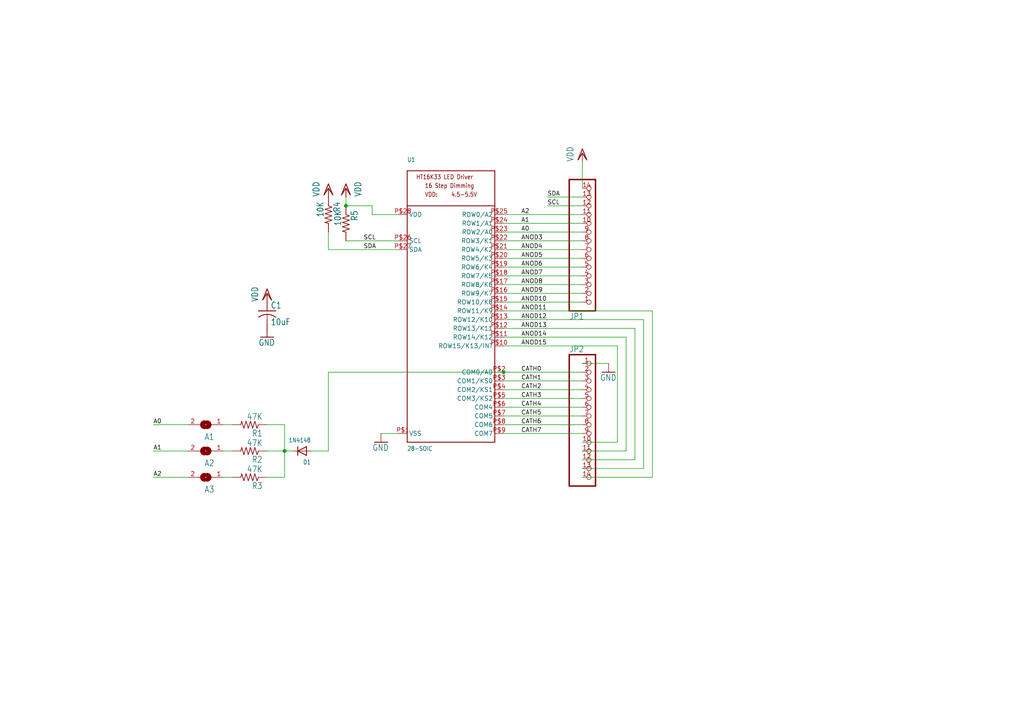
<source format=kicad_sch>
(kicad_sch (version 20231120) (generator "eeschema") (generator_version "8.0")
  (paper "A4")
  (lib_symbols
    (symbol "Dash-eagle-import:C-USC0805"
      (property "Reference" "C" (at 1.016 0.635 0))
      (symbol "C-USC0805_1_0"
        (arc (start 0 -1.0161) (mid -1.302 -1.2303) (end -2.4668 -1.8504) (stroke (width 0.254)))
        (polyline (pts (xy -2.54 0) (xy 2.54 0)) (stroke (width 0.254)))
        (polyline (pts (xy 0 -1.016) (xy 0 -2.54)) (stroke (width 0.1524)))
        (arc (start 2.4892 -1.8541) (mid 1.3158 -1.2194) (end 0 -1) (stroke (width 0.254)))
        (pin passive line (at 0 2.54 270) (length 2.54) (name "1") (number "1"))
        (pin passive line (at 0 -5.08 90) (length 2.54) (name "2") (number "2"))
      )
    )
    (symbol "Dash-eagle-import:DIODESOD-323F"
      (property "Reference" "D" (at -2.54 2.54 0))
      (symbol "DIODESOD-323F_1_0"
        (polyline (pts (xy -1.27 -1.27) (xy 1.27 0)) (stroke (width 0.254)))
        (polyline (pts (xy -1.27 1.27) (xy -1.27 -1.27)) (stroke (width 0.254)))
        (polyline (pts (xy 1.27 0) (xy -1.27 1.27)) (stroke (width 0.254)))
        (polyline (pts (xy 1.27 0) (xy 1.27 -1.27)) (stroke (width 0.254)))
        (polyline (pts (xy 1.27 1.27) (xy 1.27 0)) (stroke (width 0.254)))
        (pin passive line (at -2.54 0 0) (length 2.54) (name "A") (number "A"))
        (pin passive line (at 2.54 0 180) (length 2.54) (name "C") (number "C"))
      )
    )
    (symbol "Dash-eagle-import:GND" (power)
      (symbol "GND_1_0"
        (polyline (pts (xy -1.905 0) (xy 1.905 0)) (stroke (width 0.254)))
        (pin power_in line (at 0 2.54 270) (length 2.54) (name "GND") (number "1"))
      )
    )
    (symbol "Dash-eagle-import:HT16K33_SOP28"
      (property "Reference" "U" (at -12.7 40.64 0))
      (symbol "HT16K33_SOP28_1_0"
        (polyline (pts (xy -12.7 -40.64) (xy -12.7 27.94)) (stroke (width 0.254)))
        (polyline (pts (xy -12.7 27.94) (xy -12.7 38.1)) (stroke (width 0.254)))
        (polyline (pts (xy -12.7 27.94) (xy 12.7 27.94)) (stroke (width 0.254)))
        (polyline (pts (xy -12.7 38.1) (xy 12.7 38.1)) (stroke (width 0.254)))
        (polyline (pts (xy 12.7 -40.64) (xy -12.7 -40.64)) (stroke (width 0.254)))
        (polyline (pts (xy 12.7 38.1) (xy 12.7 -40.64)) (stroke (width 0.254)))
        (text "16 Step Dimming" (at -7.62 33.02 0) (effects (font (size 1.27 1.0795)) (justify left bottom)))
        (text "4.5-5.5V" (at 0 30.48 0) (effects (font (size 1.27 1.0795)) (justify left bottom)))
        (text "HT16K33 LED Driver" (at -10.16 35.56 0) (effects (font (size 1.27 1.0795)) (justify left bottom)))
        (text "VDD:" (at -7.62 30.48 0) (effects (font (size 1.27 1.0795)) (justify left bottom)))
        (pin bidirectional line (at -15.24 -38.1 0) (length 2.54) (name "VSS") (number "P$1"))
        (pin bidirectional line (at 15.24 -12.7 180) (length 2.54) (name "ROW15/K13/INT") (number "P$10"))
        (pin bidirectional line (at 15.24 -10.16 180) (length 2.54) (name "ROW14/K12") (number "P$11"))
        (pin bidirectional line (at 15.24 -7.62 180) (length 2.54) (name "ROW13/K11") (number "P$12"))
        (pin bidirectional line (at 15.24 -5.08 180) (length 2.54) (name "ROW12/K10") (number "P$13"))
        (pin bidirectional line (at 15.24 -2.54 180) (length 2.54) (name "ROW11/K9") (number "P$14"))
        (pin bidirectional line (at 15.24 0 180) (length 2.54) (name "ROW10/K8") (number "P$15"))
        (pin bidirectional line (at 15.24 2.54 180) (length 2.54) (name "ROW9/K7") (number "P$16"))
        (pin bidirectional line (at 15.24 5.08 180) (length 2.54) (name "ROW8/K6") (number "P$17"))
        (pin bidirectional line (at 15.24 7.62 180) (length 2.54) (name "ROW7/K5") (number "P$18"))
        (pin bidirectional line (at 15.24 10.16 180) (length 2.54) (name "ROW6/K4") (number "P$19"))
        (pin bidirectional line (at 15.24 -20.32 180) (length 2.54) (name "COM0/AD") (number "P$2"))
        (pin bidirectional line (at 15.24 12.7 180) (length 2.54) (name "ROW5/K3") (number "P$20"))
        (pin bidirectional line (at 15.24 15.24 180) (length 2.54) (name "ROW4/K2") (number "P$21"))
        (pin bidirectional line (at 15.24 17.78 180) (length 2.54) (name "ROW3/K1") (number "P$22"))
        (pin bidirectional line (at 15.24 20.32 180) (length 2.54) (name "ROW2/A0") (number "P$23"))
        (pin bidirectional line (at 15.24 22.86 180) (length 2.54) (name "ROW1/A1") (number "P$24"))
        (pin bidirectional line (at 15.24 25.4 180) (length 2.54) (name "ROW0/A2") (number "P$25"))
        (pin bidirectional line (at -15.24 17.78 0) (length 2.54) (name "SCL") (number "P$26"))
        (pin bidirectional line (at -15.24 15.24 0) (length 2.54) (name "SDA") (number "P$27"))
        (pin bidirectional line (at -15.24 25.4 0) (length 2.54) (name "VDD") (number "P$28"))
        (pin bidirectional line (at 15.24 -22.86 180) (length 2.54) (name "COM1/KS0") (number "P$3"))
        (pin bidirectional line (at 15.24 -25.4 180) (length 2.54) (name "COM2/KS1") (number "P$4"))
        (pin bidirectional line (at 15.24 -27.94 180) (length 2.54) (name "COM3/KS2") (number "P$5"))
        (pin bidirectional line (at 15.24 -30.48 180) (length 2.54) (name "COM4") (number "P$6"))
        (pin bidirectional line (at 15.24 -33.02 180) (length 2.54) (name "COM5") (number "P$7"))
        (pin bidirectional line (at 15.24 -35.56 180) (length 2.54) (name "COM6") (number "P$8"))
        (pin bidirectional line (at 15.24 -38.1 180) (length 2.54) (name "COM7") (number "P$9"))
      )
    )
    (symbol "Dash-eagle-import:PINHD-1X14-CB"
      (property "Reference" "JP" (at -6.35 18.415 0))
      (symbol "PINHD-1X14-CB_1_0"
        (polyline (pts (xy -6.35 -20.32) (xy 1.27 -20.32)) (stroke (width 0.4064)))
        (polyline (pts (xy -6.35 17.78) (xy -6.35 -20.32)) (stroke (width 0.4064)))
        (polyline (pts (xy 1.27 -20.32) (xy 1.27 17.78)) (stroke (width 0.4064)))
        (polyline (pts (xy 1.27 17.78) (xy -6.35 17.78)) (stroke (width 0.4064)))
        (pin passive inverted (at -2.54 15.24 0) (length 2.54) (name "1") (number "1"))
        (pin passive inverted (at -2.54 -7.62 0) (length 2.54) (name "10") (number "10"))
        (pin passive inverted (at -2.54 -10.16 0) (length 2.54) (name "11") (number "11"))
        (pin passive inverted (at -2.54 -12.7 0) (length 2.54) (name "12") (number "12"))
        (pin passive inverted (at -2.54 -15.24 0) (length 2.54) (name "13") (number "13"))
        (pin passive inverted (at -2.54 -17.78 0) (length 2.54) (name "14") (number "14"))
        (pin passive inverted (at -2.54 12.7 0) (length 2.54) (name "2") (number "2"))
        (pin passive inverted (at -2.54 10.16 0) (length 2.54) (name "3") (number "3"))
        (pin passive inverted (at -2.54 7.62 0) (length 2.54) (name "4") (number "4"))
        (pin passive inverted (at -2.54 5.08 0) (length 2.54) (name "5") (number "5"))
        (pin passive inverted (at -2.54 2.54 0) (length 2.54) (name "6") (number "6"))
        (pin passive inverted (at -2.54 0 0) (length 2.54) (name "7") (number "7"))
        (pin passive inverted (at -2.54 -2.54 0) (length 2.54) (name "8") (number "8"))
        (pin passive inverted (at -2.54 -5.08 0) (length 2.54) (name "9") (number "9"))
      )
    )
    (symbol "Dash-eagle-import:R-US_R0805"
      (property "Reference" "R" (at -3.81 1.4986 0))
      (symbol "R-US_R0805_1_0"
        (polyline (pts (xy -2.54 0) (xy -2.159 1.016)) (stroke (width 0.2032)))
        (polyline (pts (xy -2.159 1.016) (xy -1.524 -1.016)) (stroke (width 0.2032)))
        (polyline (pts (xy -1.524 -1.016) (xy -0.889 1.016)) (stroke (width 0.2032)))
        (polyline (pts (xy -0.889 1.016) (xy -0.254 -1.016)) (stroke (width 0.2032)))
        (polyline (pts (xy -0.254 -1.016) (xy 0.381 1.016)) (stroke (width 0.2032)))
        (polyline (pts (xy 0.381 1.016) (xy 1.016 -1.016)) (stroke (width 0.2032)))
        (polyline (pts (xy 1.016 -1.016) (xy 1.651 1.016)) (stroke (width 0.2032)))
        (polyline (pts (xy 1.651 1.016) (xy 2.286 -1.016)) (stroke (width 0.2032)))
        (polyline (pts (xy 2.286 -1.016) (xy 2.54 0)) (stroke (width 0.2032)))
        (pin passive line (at -5.08 0 0) (length 2.54) (name "1") (number "1"))
        (pin passive line (at 5.08 0 180) (length 2.54) (name "2") (number "2"))
      )
    )
    (symbol "Dash-eagle-import:SOLDERJUMPERREFLOW_NOPASTE"
      (property "Reference" "SJ" (at -2.54 2.54 0))
      (symbol "SOLDERJUMPERREFLOW_NOPASTE_1_0"
        (arc (start -0.3808 0.635) (mid -1.0159 0.0001) (end -0.381 -0.635) (stroke (width 1.27)))
        (polyline (pts (xy -2.54 0) (xy -1.651 0)) (stroke (width 0.1524)))
        (polyline (pts (xy 2.54 0) (xy 1.651 0)) (stroke (width 0.1524)))
        (arc (start 0.3808 -0.635) (mid 1.0159 -0.0001) (end 0.381 0.635) (stroke (width 1.27)))
        (pin passive line (at -5.08 0 0) (length 2.54) (name "1") (number "1"))
        (pin passive line (at 5.08 0 180) (length 2.54) (name "2") (number "2"))
      )
    )
    (symbol "Dash-eagle-import:VDD" (power)
      (symbol "VDD_1_0"
        (polyline (pts (xy 0 0) (xy -1.27 -1.905)) (stroke (width 0.254)))
        (polyline (pts (xy 0 1.27) (xy -1.27 -1.905)) (stroke (width 0.254)))
        (polyline (pts (xy 1.27 -1.905) (xy 0 0)) (stroke (width 0.254)))
        (polyline (pts (xy 1.27 -1.905) (xy 0 1.27)) (stroke (width 0.254)))
        (pin power_in line (at 0 -2.54 90) (length 2.54) (name "VDD") (number "1"))
      )
    )
  )
  (junction (at 100.33 59.69))
  (junction (at 146.05 107.95))
  (junction (at 82.55 130.81))
  (wire (pts (xy 82.55 130.81) (xy 85.09 130.81)) (stroke (width 0.1524)))
  (wire (pts (xy 168.91 59.69) (xy 158.75 59.69)) (stroke (width 0.1524)))
  (wire (pts (xy 146.05 82.55) (xy 168.91 82.55)) (stroke (width 0.1524)))
  (wire (pts (xy 168.91 128.27) (xy 179.07 128.27)) (stroke (width 0.1524)))
  (wire (pts (xy 77.47 138.43) (xy 82.55 138.43)) (stroke (width 0.1524)))
  (wire (pts (xy 107.95 59.69) (xy 100.33 59.69)) (stroke (width 0.1524)))
  (wire (pts (xy 95.25 72.39) (xy 95.25 67.31)) (stroke (width 0.1524)))
  (wire (pts (xy 186.69 135.89) (xy 168.91 135.89)) (stroke (width 0.1524)))
  (wire (pts (xy 82.55 130.81) (xy 82.55 123.19)) (stroke (width 0.1524)))
  (wire (pts (xy 181.61 130.81) (xy 168.91 130.81)) (stroke (width 0.1524)))
  (wire (pts (xy 168.91 110.49) (xy 146.05 110.49)) (stroke (width 0.1524)))
  (wire (pts (xy 54.61 123.19) (xy 44.45 123.19)) (stroke (width 0.1524)))
  (wire (pts (xy 146.05 85.09) (xy 168.91 85.09)) (stroke (width 0.1524)))
  (wire (pts (xy 184.15 133.35) (xy 184.15 95.25)) (stroke (width 0.1524)))
  (wire (pts (xy 77.47 130.81) (xy 82.55 130.81)) (stroke (width 0.1524)))
  (wire (pts (xy 189.23 90.17) (xy 189.23 138.43)) (stroke (width 0.1524)))
  (wire (pts (xy 54.61 138.43) (xy 44.45 138.43)) (stroke (width 0.1524)))
  (wire (pts (xy 146.05 74.93) (xy 168.91 74.93)) (stroke (width 0.1524)))
  (wire (pts (xy 146.05 69.85) (xy 168.91 69.85)) (stroke (width 0.1524)))
  (wire (pts (xy 67.31 130.81) (xy 64.77 130.81)) (stroke (width 0.1524)))
  (wire (pts (xy 189.23 138.43) (xy 168.91 138.43)) (stroke (width 0.1524)))
  (wire (pts (xy 44.45 130.81) (xy 54.61 130.81)) (stroke (width 0.1524)))
  (wire (pts (xy 146.05 80.01) (xy 168.91 80.01)) (stroke (width 0.1524)))
  (wire (pts (xy 146.05 77.47) (xy 168.91 77.47)) (stroke (width 0.1524)))
  (wire (pts (xy 115.57 72.39) (xy 95.25 72.39)) (stroke (width 0.1524)))
  (wire (pts (xy 146.05 125.73) (xy 168.91 125.73)) (stroke (width 0.1524)))
  (wire (pts (xy 64.77 138.43) (xy 67.31 138.43)) (stroke (width 0.1524)))
  (wire (pts (xy 82.55 138.43) (xy 82.55 130.81)) (stroke (width 0.1524)))
  (wire (pts (xy 168.91 123.19) (xy 146.05 123.19)) (stroke (width 0.1524)))
  (wire (pts (xy 115.57 62.23) (xy 107.95 62.23)) (stroke (width 0.1524)))
  (wire (pts (xy 179.07 128.27) (xy 179.07 100.33)) (stroke (width 0.1524)))
  (wire (pts (xy 146.05 87.63) (xy 168.91 87.63)) (stroke (width 0.1524)))
  (wire (pts (xy 168.91 115.57) (xy 146.05 115.57)) (stroke (width 0.1524)))
  (wire (pts (xy 168.91 57.15) (xy 158.75 57.15)) (stroke (width 0.1524)))
  (wire (pts (xy 168.91 133.35) (xy 184.15 133.35)) (stroke (width 0.1524)))
  (wire (pts (xy 146.05 107.95) (xy 95.25 107.95)) (stroke (width 0.1524)))
  (wire (pts (xy 168.91 46.99) (xy 168.91 54.61)) (stroke (width 0.1524)))
  (wire (pts (xy 67.31 123.19) (xy 64.77 123.19)) (stroke (width 0.1524)))
  (wire (pts (xy 168.91 118.11) (xy 146.05 118.11)) (stroke (width 0.1524)))
  (wire (pts (xy 168.91 120.65) (xy 146.05 120.65)) (stroke (width 0.1524)))
  (wire (pts (xy 176.53 105.41) (xy 168.91 105.41)) (stroke (width 0.1524)))
  (wire (pts (xy 146.05 62.23) (xy 168.91 62.23)) (stroke (width 0.1524)))
  (wire (pts (xy 146.05 67.31) (xy 168.91 67.31)) (stroke (width 0.1524)))
  (wire (pts (xy 115.57 69.85) (xy 100.33 69.85)) (stroke (width 0.1524)))
  (wire (pts (xy 107.95 62.23) (xy 107.95 59.69)) (stroke (width 0.1524)))
  (wire (pts (xy 146.05 90.17) (xy 189.23 90.17)) (stroke (width 0.1524)))
  (wire (pts (xy 110.49 125.73) (xy 115.57 125.73)) (stroke (width 0.1524)))
  (wire (pts (xy 146.05 113.03) (xy 168.91 113.03)) (stroke (width 0.1524)))
  (wire (pts (xy 95.25 107.95) (xy 95.25 130.81)) (stroke (width 0.1524)))
  (wire (pts (xy 146.05 97.79) (xy 181.61 97.79)) (stroke (width 0.1524)))
  (wire (pts (xy 146.05 92.71) (xy 186.69 92.71)) (stroke (width 0.1524)))
  (wire (pts (xy 146.05 64.77) (xy 168.91 64.77)) (stroke (width 0.1524)))
  (wire (pts (xy 146.05 72.39) (xy 168.91 72.39)) (stroke (width 0.1524)))
  (wire (pts (xy 82.55 123.19) (xy 77.47 123.19)) (stroke (width 0.1524)))
  (wire (pts (xy 95.25 130.81) (xy 90.17 130.81)) (stroke (width 0.1524)))
  (wire (pts (xy 184.15 95.25) (xy 146.05 95.25)) (stroke (width 0.1524)))
  (wire (pts (xy 186.69 92.71) (xy 186.69 135.89)) (stroke (width 0.1524)))
  (wire (pts (xy 181.61 97.79) (xy 181.61 130.81)) (stroke (width 0.1524)))
  (wire (pts (xy 179.07 100.33) (xy 146.05 100.33)) (stroke (width 0.1524)))
  (wire (pts (xy 100.33 57.15) (xy 100.33 59.69)) (stroke (width 0.1524)))
  (wire (pts (xy 146.05 107.95) (xy 168.91 107.95)) (stroke (width 0.1524)))
  (label "CATH4" (at 151.13 118.11 0) (effects (font (size 1.2446 1.2446))))
  (label "ANOD11" (at 151.13 90.17 0) (effects (font (size 1.2446 1.2446))))
  (label "CATH1" (at 151.13 110.49 0) (effects (font (size 1.2446 1.2446))))
  (label "ANOD9" (at 151.13 85.09 0) (effects (font (size 1.2446 1.2446))))
  (label "ANOD8" (at 151.13 82.55 0) (effects (font (size 1.2446 1.2446))))
  (label "SCL" (at 105.41 69.85 0) (effects (font (size 1.2446 1.2446))))
  (label "ANOD14" (at 151.13 97.79 0) (effects (font (size 1.2446 1.2446))))
  (label "CATH2" (at 151.13 113.03 0) (effects (font (size 1.2446 1.2446))))
  (label "ANOD7" (at 151.13 80.01 0) (effects (font (size 1.2446 1.2446))))
  (label "SDA" (at 158.75 57.15 0) (effects (font (size 1.2446 1.2446))))
  (label "ANOD15" (at 151.13 100.33 0) (effects (font (size 1.2446 1.2446))))
  (label "CATH6" (at 151.13 123.19 0) (effects (font (size 1.2446 1.2446))))
  (label "ANOD5" (at 151.13 74.93 0) (effects (font (size 1.2446 1.2446))))
  (label "ANOD6" (at 151.13 77.47 0) (effects (font (size 1.2446 1.2446))))
  (label "SCL" (at 158.75 59.69 0) (effects (font (size 1.2446 1.2446))))
  (label "A0" (at 151.13 67.31 0) (effects (font (size 1.2446 1.2446))))
  (label "CATH0" (at 151.13 107.95 0) (effects (font (size 1.2446 1.2446))))
  (label "ANOD12" (at 151.13 92.71 0) (effects (font (size 1.2446 1.2446))))
  (label "ANOD4" (at 151.13 72.39 0) (effects (font (size 1.2446 1.2446))))
  (label "SDA" (at 105.41 72.39 0) (effects (font (size 1.2446 1.2446))))
  (label "CATH3" (at 151.13 115.57 0) (effects (font (size 1.2446 1.2446))))
  (label "CATH5" (at 151.13 120.65 0) (effects (font (size 1.2446 1.2446))))
  (label "A0" (at 44.45 123.19 0) (effects (font (size 1.2446 1.2446))))
  (label "A2" (at 44.45 138.43 0) (effects (font (size 1.2446 1.2446))))
  (label "ANOD3" (at 151.13 69.85 0) (effects (font (size 1.2446 1.2446))))
  (label "ANOD10" (at 151.13 87.63 0) (effects (font (size 1.2446 1.2446))))
  (label "ANOD13" (at 151.13 95.25 0) (effects (font (size 1.2446 1.2446))))
  (label "A2" (at 151.13 62.23 0) (effects (font (size 1.2446 1.2446))))
  (label "A1" (at 151.13 64.77 0) (effects (font (size 1.2446 1.2446))))
  (label "A1" (at 44.45 130.81 0) (effects (font (size 1.2446 1.2446))))
  (label "CATH7" (at 151.13 125.73 0) (effects (font (size 1.2446 1.2446))))
  (symbol (lib_id "Dash-eagle-import:VDD") (at 100.33 54.61 0) (mirror y) (unit 1)
    (property "Reference" "#VDD03" (effects (hide yes)))
    (property "Value" "VDD" (at 102.87 57.15 90) (effects (font (size 1.778 1.5113)) (justify left bottom)))
  )
  (symbol (lib_id "Dash-eagle-import:DIODESOD-323F") (at 87.63 130.81 180) (unit 1)
    (property "Reference" "D1" (at 90.17 133.35 0) (effects (font (size 1.27 1.0795)) (justify left bottom)))
    (property "Value" "1N4148" (at 90.17 127 0) (effects (font (size 1.27 1.0795)) (justify left bottom)))
    (property "Footprint" "Dash:SOD-323F" (effects (hide yes)))
  )
  (symbol (lib_id "Dash-eagle-import:R-US_R0805") (at 72.39 130.81 180) (unit 1)
    (property "Reference" "R2" (at 76.2 132.3086 0) (effects (font (size 1.778 1.5113)) (justify left bottom)))
    (property "Value" "47K" (at 76.2 127.508 0) (effects (font (size 1.778 1.5113)) (justify left bottom)))
    (property "Footprint" "Dash:R0805" (effects (hide yes)))
  )
  (symbol (lib_id "Dash-eagle-import:R-US_R0805") (at 95.25 62.23 270) (unit 1)
    (property "Reference" "R4" (at 96.7486 58.42 0) (effects (font (size 1.778 1.5113)) (justify left bottom)))
    (property "Value" "10K" (at 91.948 58.42 0) (effects (font (size 1.778 1.5113)) (justify left bottom)))
    (property "Footprint" "Dash:R0805" (effects (hide yes)))
  )
  (symbol (lib_id "Dash-eagle-import:C-USC0805") (at 77.47 90.17 0) (unit 1)
    (property "Reference" "C1" (at 78.486 89.535 0) (effects (font (size 1.778 1.5113)) (justify left bottom)))
    (property "Value" "10uF" (at 78.486 94.361 0) (effects (font (size 1.778 1.5113)) (justify left bottom)))
    (property "Footprint" "Dash:C0805" (effects (hide yes)))
  )
  (symbol (lib_id "Dash-eagle-import:HT16K33_SOP28") (at 130.81 87.63 0) (unit 1)
    (property "Reference" "U1" (at 118.11 46.99 0) (effects (font (size 1.27 1.0795)) (justify left bottom)))
    (property "Value" "28-SOIC" (at 118.11 130.81 0) (effects (font (size 1.27 1.0795)) (justify left bottom)))
    (property "Footprint" "BAJA SAE:Adafruit HT16K33 breakout" (effects (hide yes)))
  )
  (symbol (lib_id "Dash-eagle-import:SOLDERJUMPERREFLOW_NOPASTE") (at 59.69 123.19 180) (unit 1)
    (property "Reference" "A1" (at 62.23 125.73 0) (effects (font (size 1.778 1.5113)) (justify left bottom)))
    (property "Value" "SOLDERJUMPERREFLOW_NOPASTE" (effects (hide yes)))
    (property "Footprint" "Dash:SOLDERJUMPER_REFLOW_NOPASTE" (effects (hide yes)))
  )
  (symbol (lib_id "Dash-eagle-import:R-US_R0805") (at 72.39 123.19 180) (unit 1)
    (property "Reference" "R1" (at 76.2 124.6886 0) (effects (font (size 1.778 1.5113)) (justify left bottom)))
    (property "Value" "47K" (at 76.2 119.888 0) (effects (font (size 1.778 1.5113)) (justify left bottom)))
    (property "Footprint" "Dash:R0805" (effects (hide yes)))
  )
  (symbol (lib_id "Dash-eagle-import:R-US_R0805") (at 100.33 64.77 270) (unit 1)
    (property "Reference" "R5" (at 101.8286 60.96 0) (effects (font (size 1.778 1.5113)) (justify left bottom)))
    (property "Value" "10K" (at 97.028 60.96 0) (effects (font (size 1.778 1.5113)) (justify left bottom)))
    (property "Footprint" "Dash:R0805" (effects (hide yes)))
  )
  (symbol (lib_id "Dash-eagle-import:VDD") (at 77.47 85.09 0) (unit 1)
    (property "Reference" "#VDD01" (effects (hide yes)))
    (property "Value" "VDD" (at 74.93 87.63 90) (effects (font (size 1.778 1.5113)) (justify left bottom)))
  )
  (symbol (lib_id "Dash-eagle-import:SOLDERJUMPERREFLOW_NOPASTE") (at 59.69 138.43 180) (unit 1)
    (property "Reference" "A3" (at 62.23 140.97 0) (effects (font (size 1.778 1.5113)) (justify left bottom)))
    (property "Value" "SOLDERJUMPERREFLOW_NOPASTE" (effects (hide yes)))
    (property "Footprint" "Dash:SOLDERJUMPER_REFLOW_NOPASTE" (effects (hide yes)))
  )
  (symbol (lib_id "Dash-eagle-import:GND") (at 110.49 128.27 0) (unit 1)
    (property "Reference" "#GND02" (effects (hide yes)))
    (property "Value" "GND" (at 107.95 130.81 0) (effects (font (size 1.778 1.5113)) (justify left bottom)))
  )
  (symbol (lib_id "Dash-eagle-import:SOLDERJUMPERREFLOW_NOPASTE") (at 59.69 130.81 180) (unit 1)
    (property "Reference" "A2" (at 62.23 133.35 0) (effects (font (size 1.778 1.5113)) (justify left bottom)))
    (property "Value" "SOLDERJUMPERREFLOW_NOPASTE" (effects (hide yes)))
    (property "Footprint" "Dash:SOLDERJUMPER_REFLOW_NOPASTE" (effects (hide yes)))
  )
  (symbol (lib_id "Dash-eagle-import:PINHD-1X14-CB") (at 171.45 120.65 0) (unit 1)
    (property "Reference" "JP2" (at 165.1 102.235 0) (effects (font (size 1.778 1.5113)) (justify left bottom)))
    (property "Value" "PINHD-1X14-CB" (effects (hide yes)))
    (property "Footprint" "Dash:1X14-CB" (effects (hide yes)))
  )
  (symbol (lib_id "Dash-eagle-import:VDD") (at 168.91 44.45 0) (unit 1)
    (property "Reference" "#VDD04" (effects (hide yes)))
    (property "Value" "VDD" (at 166.37 46.99 90) (effects (font (size 1.778 1.5113)) (justify left bottom)))
  )
  (symbol (lib_id "Dash-eagle-import:GND") (at 176.53 107.95 0) (unit 1)
    (property "Reference" "#GND03" (effects (hide yes)))
    (property "Value" "GND" (at 173.99 110.49 0) (effects (font (size 1.778 1.5113)) (justify left bottom)))
  )
  (symbol (lib_id "Dash-eagle-import:PINHD-1X14-CB") (at 171.45 72.39 0) (mirror x) (unit 1)
    (property "Reference" "JP1" (at 165.1 90.805 0) (effects (font (size 1.778 1.5113)) (justify left bottom)))
    (property "Value" "PINHD-1X14-CB" (effects (hide yes)))
    (property "Footprint" "Dash:1X14-CB" (effects (hide yes)))
  )
  (symbol (lib_id "Dash-eagle-import:R-US_R0805") (at 72.39 138.43 180) (unit 1)
    (property "Reference" "R3" (at 76.2 139.9286 0) (effects (font (size 1.778 1.5113)) (justify left bottom)))
    (property "Value" "47K" (at 76.2 135.128 0) (effects (font (size 1.778 1.5113)) (justify left bottom)))
    (property "Footprint" "Dash:R0805" (effects (hide yes)))
  )
  (symbol (lib_id "Dash-eagle-import:GND") (at 77.47 97.79 0) (unit 1)
    (property "Reference" "#GND01" (effects (hide yes)))
    (property "Value" "GND" (at 74.93 100.33 0) (effects (font (size 1.778 1.5113)) (justify left bottom)))
  )
  (symbol (lib_id "Dash-eagle-import:VDD") (at 95.25 54.61 0) (unit 1)
    (property "Reference" "#VDD02" (effects (hide yes)))
    (property "Value" "VDD" (at 92.71 57.15 90) (effects (font (size 1.778 1.5113)) (justify left bottom)))
  )
)
</source>
